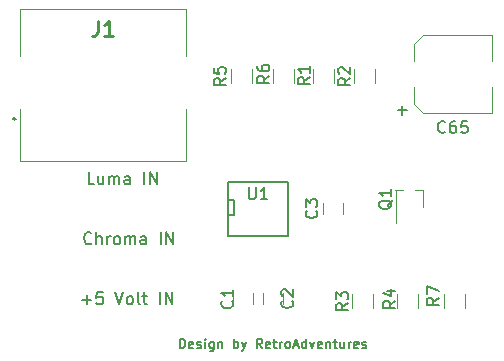
<source format=gbr>
G04 #@! TF.GenerationSoftware,KiCad,Pcbnew,(5.1.4)-1*
G04 #@! TF.CreationDate,2020-11-04T22:22:01+01:00*
G04 #@! TF.ProjectId,S-VHS ZX Spectrum Rev. D,532d5648-5320-45a5-9820-537065637472,rev?*
G04 #@! TF.SameCoordinates,Original*
G04 #@! TF.FileFunction,Legend,Top*
G04 #@! TF.FilePolarity,Positive*
%FSLAX46Y46*%
G04 Gerber Fmt 4.6, Leading zero omitted, Abs format (unit mm)*
G04 Created by KiCad (PCBNEW (5.1.4)-1) date 2020-11-04 22:22:01*
%MOMM*%
%LPD*%
G04 APERTURE LIST*
%ADD10C,0.200000*%
%ADD11C,0.120000*%
%ADD12C,0.100000*%
%ADD13C,0.150000*%
%ADD14C,0.254000*%
G04 APERTURE END LIST*
D10*
X150883333Y-113391904D02*
X150883333Y-112591904D01*
X151073809Y-112591904D01*
X151188095Y-112630000D01*
X151264285Y-112706190D01*
X151302380Y-112782380D01*
X151340476Y-112934761D01*
X151340476Y-113049047D01*
X151302380Y-113201428D01*
X151264285Y-113277619D01*
X151188095Y-113353809D01*
X151073809Y-113391904D01*
X150883333Y-113391904D01*
X151988095Y-113353809D02*
X151911904Y-113391904D01*
X151759523Y-113391904D01*
X151683333Y-113353809D01*
X151645238Y-113277619D01*
X151645238Y-112972857D01*
X151683333Y-112896666D01*
X151759523Y-112858571D01*
X151911904Y-112858571D01*
X151988095Y-112896666D01*
X152026190Y-112972857D01*
X152026190Y-113049047D01*
X151645238Y-113125238D01*
X152330952Y-113353809D02*
X152407142Y-113391904D01*
X152559523Y-113391904D01*
X152635714Y-113353809D01*
X152673809Y-113277619D01*
X152673809Y-113239523D01*
X152635714Y-113163333D01*
X152559523Y-113125238D01*
X152445238Y-113125238D01*
X152369047Y-113087142D01*
X152330952Y-113010952D01*
X152330952Y-112972857D01*
X152369047Y-112896666D01*
X152445238Y-112858571D01*
X152559523Y-112858571D01*
X152635714Y-112896666D01*
X153016666Y-113391904D02*
X153016666Y-112858571D01*
X153016666Y-112591904D02*
X152978571Y-112630000D01*
X153016666Y-112668095D01*
X153054761Y-112630000D01*
X153016666Y-112591904D01*
X153016666Y-112668095D01*
X153740476Y-112858571D02*
X153740476Y-113506190D01*
X153702380Y-113582380D01*
X153664285Y-113620476D01*
X153588095Y-113658571D01*
X153473809Y-113658571D01*
X153397619Y-113620476D01*
X153740476Y-113353809D02*
X153664285Y-113391904D01*
X153511904Y-113391904D01*
X153435714Y-113353809D01*
X153397619Y-113315714D01*
X153359523Y-113239523D01*
X153359523Y-113010952D01*
X153397619Y-112934761D01*
X153435714Y-112896666D01*
X153511904Y-112858571D01*
X153664285Y-112858571D01*
X153740476Y-112896666D01*
X154121428Y-112858571D02*
X154121428Y-113391904D01*
X154121428Y-112934761D02*
X154159523Y-112896666D01*
X154235714Y-112858571D01*
X154350000Y-112858571D01*
X154426190Y-112896666D01*
X154464285Y-112972857D01*
X154464285Y-113391904D01*
X155454761Y-113391904D02*
X155454761Y-112591904D01*
X155454761Y-112896666D02*
X155530952Y-112858571D01*
X155683333Y-112858571D01*
X155759523Y-112896666D01*
X155797619Y-112934761D01*
X155835714Y-113010952D01*
X155835714Y-113239523D01*
X155797619Y-113315714D01*
X155759523Y-113353809D01*
X155683333Y-113391904D01*
X155530952Y-113391904D01*
X155454761Y-113353809D01*
X156102380Y-112858571D02*
X156292857Y-113391904D01*
X156483333Y-112858571D02*
X156292857Y-113391904D01*
X156216666Y-113582380D01*
X156178571Y-113620476D01*
X156102380Y-113658571D01*
X157854761Y-113391904D02*
X157588095Y-113010952D01*
X157397619Y-113391904D02*
X157397619Y-112591904D01*
X157702380Y-112591904D01*
X157778571Y-112630000D01*
X157816666Y-112668095D01*
X157854761Y-112744285D01*
X157854761Y-112858571D01*
X157816666Y-112934761D01*
X157778571Y-112972857D01*
X157702380Y-113010952D01*
X157397619Y-113010952D01*
X158502380Y-113353809D02*
X158426190Y-113391904D01*
X158273809Y-113391904D01*
X158197619Y-113353809D01*
X158159523Y-113277619D01*
X158159523Y-112972857D01*
X158197619Y-112896666D01*
X158273809Y-112858571D01*
X158426190Y-112858571D01*
X158502380Y-112896666D01*
X158540476Y-112972857D01*
X158540476Y-113049047D01*
X158159523Y-113125238D01*
X158769047Y-112858571D02*
X159073809Y-112858571D01*
X158883333Y-112591904D02*
X158883333Y-113277619D01*
X158921428Y-113353809D01*
X158997619Y-113391904D01*
X159073809Y-113391904D01*
X159340476Y-113391904D02*
X159340476Y-112858571D01*
X159340476Y-113010952D02*
X159378571Y-112934761D01*
X159416666Y-112896666D01*
X159492857Y-112858571D01*
X159569047Y-112858571D01*
X159950000Y-113391904D02*
X159873809Y-113353809D01*
X159835714Y-113315714D01*
X159797619Y-113239523D01*
X159797619Y-113010952D01*
X159835714Y-112934761D01*
X159873809Y-112896666D01*
X159950000Y-112858571D01*
X160064285Y-112858571D01*
X160140476Y-112896666D01*
X160178571Y-112934761D01*
X160216666Y-113010952D01*
X160216666Y-113239523D01*
X160178571Y-113315714D01*
X160140476Y-113353809D01*
X160064285Y-113391904D01*
X159950000Y-113391904D01*
X160521428Y-113163333D02*
X160902380Y-113163333D01*
X160445238Y-113391904D02*
X160711904Y-112591904D01*
X160978571Y-113391904D01*
X161588095Y-113391904D02*
X161588095Y-112591904D01*
X161588095Y-113353809D02*
X161511904Y-113391904D01*
X161359523Y-113391904D01*
X161283333Y-113353809D01*
X161245238Y-113315714D01*
X161207142Y-113239523D01*
X161207142Y-113010952D01*
X161245238Y-112934761D01*
X161283333Y-112896666D01*
X161359523Y-112858571D01*
X161511904Y-112858571D01*
X161588095Y-112896666D01*
X161892857Y-112858571D02*
X162083333Y-113391904D01*
X162273809Y-112858571D01*
X162883333Y-113353809D02*
X162807142Y-113391904D01*
X162654761Y-113391904D01*
X162578571Y-113353809D01*
X162540476Y-113277619D01*
X162540476Y-112972857D01*
X162578571Y-112896666D01*
X162654761Y-112858571D01*
X162807142Y-112858571D01*
X162883333Y-112896666D01*
X162921428Y-112972857D01*
X162921428Y-113049047D01*
X162540476Y-113125238D01*
X163264285Y-112858571D02*
X163264285Y-113391904D01*
X163264285Y-112934761D02*
X163302380Y-112896666D01*
X163378571Y-112858571D01*
X163492857Y-112858571D01*
X163569047Y-112896666D01*
X163607142Y-112972857D01*
X163607142Y-113391904D01*
X163873809Y-112858571D02*
X164178571Y-112858571D01*
X163988095Y-112591904D02*
X163988095Y-113277619D01*
X164026190Y-113353809D01*
X164102380Y-113391904D01*
X164178571Y-113391904D01*
X164788095Y-112858571D02*
X164788095Y-113391904D01*
X164445238Y-112858571D02*
X164445238Y-113277619D01*
X164483333Y-113353809D01*
X164559523Y-113391904D01*
X164673809Y-113391904D01*
X164750000Y-113353809D01*
X164788095Y-113315714D01*
X165169047Y-113391904D02*
X165169047Y-112858571D01*
X165169047Y-113010952D02*
X165207142Y-112934761D01*
X165245238Y-112896666D01*
X165321428Y-112858571D01*
X165397619Y-112858571D01*
X165969047Y-113353809D02*
X165892857Y-113391904D01*
X165740476Y-113391904D01*
X165664285Y-113353809D01*
X165626190Y-113277619D01*
X165626190Y-112972857D01*
X165664285Y-112896666D01*
X165740476Y-112858571D01*
X165892857Y-112858571D01*
X165969047Y-112896666D01*
X166007142Y-112972857D01*
X166007142Y-113049047D01*
X165626190Y-113125238D01*
X166311904Y-113353809D02*
X166388095Y-113391904D01*
X166540476Y-113391904D01*
X166616666Y-113353809D01*
X166654761Y-113277619D01*
X166654761Y-113239523D01*
X166616666Y-113163333D01*
X166540476Y-113125238D01*
X166426190Y-113125238D01*
X166350000Y-113087142D01*
X166311904Y-113010952D01*
X166311904Y-112972857D01*
X166350000Y-112896666D01*
X166426190Y-112858571D01*
X166540476Y-112858571D01*
X166616666Y-112896666D01*
D11*
X173237000Y-110027000D02*
X173237000Y-108827000D01*
X174997000Y-108827000D02*
X174997000Y-110027000D01*
X170807000Y-100036000D02*
X171467000Y-100036000D01*
X169137000Y-100036000D02*
X169807000Y-100036000D01*
X169147000Y-100036000D02*
X169147000Y-102771000D01*
X171467000Y-101446000D02*
X171467000Y-100036000D01*
X167377000Y-89777000D02*
X167377000Y-90977000D01*
X165617000Y-90977000D02*
X165617000Y-89777000D01*
X162188000Y-90977000D02*
X162188000Y-89777000D01*
X163948000Y-89777000D02*
X163948000Y-90977000D01*
X159600000Y-109700000D02*
X159600000Y-108700000D01*
X157900000Y-108700000D02*
X157900000Y-109700000D01*
X157060000Y-109700000D02*
X157060000Y-108700000D01*
X155360000Y-108700000D02*
X155360000Y-109700000D01*
X164680000Y-102080000D02*
X164680000Y-101080000D01*
X162980000Y-101080000D02*
X162980000Y-102080000D01*
X171450000Y-86870000D02*
X177290000Y-86870000D01*
X170690000Y-87630000D02*
X171450000Y-86870000D01*
X171450000Y-93470000D02*
X170690000Y-92710000D01*
X177290000Y-93470000D02*
X171450000Y-93470000D01*
X170690000Y-87630000D02*
X170690000Y-89050000D01*
X170690000Y-92710000D02*
X170690000Y-91290000D01*
X177290000Y-86870000D02*
X177290000Y-89050000D01*
X177290000Y-93470000D02*
X177290000Y-91290000D01*
D12*
X137370000Y-88680000D02*
X137370000Y-84680000D01*
X137370000Y-84680000D02*
X151370000Y-84680000D01*
X151370000Y-84680000D02*
X151370000Y-88680000D01*
X137370000Y-93180000D02*
X137370000Y-97580000D01*
X137370000Y-97580000D02*
X151370000Y-97580000D01*
X151370000Y-97580000D02*
X151370000Y-93180000D01*
D10*
X136970000Y-93980000D02*
X136970000Y-93980000D01*
X136770000Y-93980000D02*
X136770000Y-93980000D01*
X136770000Y-93980000D02*
G75*
G02X136970000Y-93980000I100000J0D01*
G01*
X136970000Y-93980000D02*
G75*
G02X136770000Y-93980000I-100000J0D01*
G01*
D11*
X167250000Y-108827000D02*
X167250000Y-110027000D01*
X165490000Y-110027000D02*
X165490000Y-108827000D01*
X169300000Y-110027000D02*
X169300000Y-108827000D01*
X171060000Y-108827000D02*
X171060000Y-110027000D01*
X156963000Y-89777000D02*
X156963000Y-90977000D01*
X155203000Y-90977000D02*
X155203000Y-89777000D01*
X158759000Y-90977000D02*
X158759000Y-89777000D01*
X160519000Y-89777000D02*
X160519000Y-90977000D01*
D13*
X155448000Y-102108000D02*
X154940000Y-102108000D01*
X155448000Y-100838000D02*
X155448000Y-102108000D01*
X154940000Y-100838000D02*
X155448000Y-100838000D01*
X154940000Y-103886000D02*
X154940000Y-99314000D01*
X160020000Y-103886000D02*
X154940000Y-103886000D01*
X160020000Y-99314000D02*
X160020000Y-103886000D01*
X154940000Y-99314000D02*
X160020000Y-99314000D01*
X172791380Y-109132666D02*
X172315190Y-109466000D01*
X172791380Y-109704095D02*
X171791380Y-109704095D01*
X171791380Y-109323142D01*
X171839000Y-109227904D01*
X171886619Y-109180285D01*
X171981857Y-109132666D01*
X172124714Y-109132666D01*
X172219952Y-109180285D01*
X172267571Y-109227904D01*
X172315190Y-109323142D01*
X172315190Y-109704095D01*
X171791380Y-108799333D02*
X171791380Y-108132666D01*
X172791380Y-108561238D01*
X168854619Y-100866238D02*
X168807000Y-100961476D01*
X168711761Y-101056714D01*
X168568904Y-101199571D01*
X168521285Y-101294809D01*
X168521285Y-101390047D01*
X168759380Y-101342428D02*
X168711761Y-101437666D01*
X168616523Y-101532904D01*
X168426047Y-101580523D01*
X168092714Y-101580523D01*
X167902238Y-101532904D01*
X167807000Y-101437666D01*
X167759380Y-101342428D01*
X167759380Y-101151952D01*
X167807000Y-101056714D01*
X167902238Y-100961476D01*
X168092714Y-100913857D01*
X168426047Y-100913857D01*
X168616523Y-100961476D01*
X168711761Y-101056714D01*
X168759380Y-101151952D01*
X168759380Y-101342428D01*
X168759380Y-99961476D02*
X168759380Y-100532904D01*
X168759380Y-100247190D02*
X167759380Y-100247190D01*
X167902238Y-100342428D01*
X167997476Y-100437666D01*
X168045095Y-100532904D01*
X165298380Y-90543666D02*
X164822190Y-90877000D01*
X165298380Y-91115095D02*
X164298380Y-91115095D01*
X164298380Y-90734142D01*
X164346000Y-90638904D01*
X164393619Y-90591285D01*
X164488857Y-90543666D01*
X164631714Y-90543666D01*
X164726952Y-90591285D01*
X164774571Y-90638904D01*
X164822190Y-90734142D01*
X164822190Y-91115095D01*
X164393619Y-90162714D02*
X164346000Y-90115095D01*
X164298380Y-90019857D01*
X164298380Y-89781761D01*
X164346000Y-89686523D01*
X164393619Y-89638904D01*
X164488857Y-89591285D01*
X164584095Y-89591285D01*
X164726952Y-89638904D01*
X165298380Y-90210333D01*
X165298380Y-89591285D01*
X161869380Y-90463666D02*
X161393190Y-90797000D01*
X161869380Y-91035095D02*
X160869380Y-91035095D01*
X160869380Y-90654142D01*
X160917000Y-90558904D01*
X160964619Y-90511285D01*
X161059857Y-90463666D01*
X161202714Y-90463666D01*
X161297952Y-90511285D01*
X161345571Y-90558904D01*
X161393190Y-90654142D01*
X161393190Y-91035095D01*
X161869380Y-89511285D02*
X161869380Y-90082714D01*
X161869380Y-89797000D02*
X160869380Y-89797000D01*
X161012238Y-89892238D01*
X161107476Y-89987476D01*
X161155095Y-90082714D01*
X160377142Y-109366666D02*
X160424761Y-109414285D01*
X160472380Y-109557142D01*
X160472380Y-109652380D01*
X160424761Y-109795238D01*
X160329523Y-109890476D01*
X160234285Y-109938095D01*
X160043809Y-109985714D01*
X159900952Y-109985714D01*
X159710476Y-109938095D01*
X159615238Y-109890476D01*
X159520000Y-109795238D01*
X159472380Y-109652380D01*
X159472380Y-109557142D01*
X159520000Y-109414285D01*
X159567619Y-109366666D01*
X159567619Y-108985714D02*
X159520000Y-108938095D01*
X159472380Y-108842857D01*
X159472380Y-108604761D01*
X159520000Y-108509523D01*
X159567619Y-108461904D01*
X159662857Y-108414285D01*
X159758095Y-108414285D01*
X159900952Y-108461904D01*
X160472380Y-109033333D01*
X160472380Y-108414285D01*
X155297142Y-109386666D02*
X155344761Y-109434285D01*
X155392380Y-109577142D01*
X155392380Y-109672380D01*
X155344761Y-109815238D01*
X155249523Y-109910476D01*
X155154285Y-109958095D01*
X154963809Y-110005714D01*
X154820952Y-110005714D01*
X154630476Y-109958095D01*
X154535238Y-109910476D01*
X154440000Y-109815238D01*
X154392380Y-109672380D01*
X154392380Y-109577142D01*
X154440000Y-109434285D01*
X154487619Y-109386666D01*
X155392380Y-108434285D02*
X155392380Y-109005714D01*
X155392380Y-108720000D02*
X154392380Y-108720000D01*
X154535238Y-108815238D01*
X154630476Y-108910476D01*
X154678095Y-109005714D01*
X162437142Y-101746666D02*
X162484761Y-101794285D01*
X162532380Y-101937142D01*
X162532380Y-102032380D01*
X162484761Y-102175238D01*
X162389523Y-102270476D01*
X162294285Y-102318095D01*
X162103809Y-102365714D01*
X161960952Y-102365714D01*
X161770476Y-102318095D01*
X161675238Y-102270476D01*
X161580000Y-102175238D01*
X161532380Y-102032380D01*
X161532380Y-101937142D01*
X161580000Y-101794285D01*
X161627619Y-101746666D01*
X161532380Y-101413333D02*
X161532380Y-100794285D01*
X161913333Y-101127619D01*
X161913333Y-100984761D01*
X161960952Y-100889523D01*
X162008571Y-100841904D01*
X162103809Y-100794285D01*
X162341904Y-100794285D01*
X162437142Y-100841904D01*
X162484761Y-100889523D01*
X162532380Y-100984761D01*
X162532380Y-101270476D01*
X162484761Y-101365714D01*
X162437142Y-101413333D01*
X173347142Y-95087142D02*
X173299523Y-95134761D01*
X173156666Y-95182380D01*
X173061428Y-95182380D01*
X172918571Y-95134761D01*
X172823333Y-95039523D01*
X172775714Y-94944285D01*
X172728095Y-94753809D01*
X172728095Y-94610952D01*
X172775714Y-94420476D01*
X172823333Y-94325238D01*
X172918571Y-94230000D01*
X173061428Y-94182380D01*
X173156666Y-94182380D01*
X173299523Y-94230000D01*
X173347142Y-94277619D01*
X174204285Y-94182380D02*
X174013809Y-94182380D01*
X173918571Y-94230000D01*
X173870952Y-94277619D01*
X173775714Y-94420476D01*
X173728095Y-94610952D01*
X173728095Y-94991904D01*
X173775714Y-95087142D01*
X173823333Y-95134761D01*
X173918571Y-95182380D01*
X174109047Y-95182380D01*
X174204285Y-95134761D01*
X174251904Y-95087142D01*
X174299523Y-94991904D01*
X174299523Y-94753809D01*
X174251904Y-94658571D01*
X174204285Y-94610952D01*
X174109047Y-94563333D01*
X173918571Y-94563333D01*
X173823333Y-94610952D01*
X173775714Y-94658571D01*
X173728095Y-94753809D01*
X175204285Y-94182380D02*
X174728095Y-94182380D01*
X174680476Y-94658571D01*
X174728095Y-94610952D01*
X174823333Y-94563333D01*
X175061428Y-94563333D01*
X175156666Y-94610952D01*
X175204285Y-94658571D01*
X175251904Y-94753809D01*
X175251904Y-94991904D01*
X175204285Y-95087142D01*
X175156666Y-95134761D01*
X175061428Y-95182380D01*
X174823333Y-95182380D01*
X174728095Y-95134761D01*
X174680476Y-95087142D01*
X169329047Y-93251428D02*
X170090952Y-93251428D01*
X169710000Y-93632380D02*
X169710000Y-92870476D01*
D14*
X143946666Y-85664523D02*
X143946666Y-86571666D01*
X143886190Y-86753095D01*
X143765238Y-86874047D01*
X143583809Y-86934523D01*
X143462857Y-86934523D01*
X145216666Y-86934523D02*
X144490952Y-86934523D01*
X144853809Y-86934523D02*
X144853809Y-85664523D01*
X144732857Y-85845952D01*
X144611904Y-85966904D01*
X144490952Y-86027380D01*
D13*
X142621476Y-109291428D02*
X143383380Y-109291428D01*
X143002428Y-109672380D02*
X143002428Y-108910476D01*
X144335761Y-108672380D02*
X143859571Y-108672380D01*
X143811952Y-109148571D01*
X143859571Y-109100952D01*
X143954809Y-109053333D01*
X144192904Y-109053333D01*
X144288142Y-109100952D01*
X144335761Y-109148571D01*
X144383380Y-109243809D01*
X144383380Y-109481904D01*
X144335761Y-109577142D01*
X144288142Y-109624761D01*
X144192904Y-109672380D01*
X143954809Y-109672380D01*
X143859571Y-109624761D01*
X143811952Y-109577142D01*
X145431000Y-108672380D02*
X145764333Y-109672380D01*
X146097666Y-108672380D01*
X146573857Y-109672380D02*
X146478619Y-109624761D01*
X146431000Y-109577142D01*
X146383380Y-109481904D01*
X146383380Y-109196190D01*
X146431000Y-109100952D01*
X146478619Y-109053333D01*
X146573857Y-109005714D01*
X146716714Y-109005714D01*
X146811952Y-109053333D01*
X146859571Y-109100952D01*
X146907190Y-109196190D01*
X146907190Y-109481904D01*
X146859571Y-109577142D01*
X146811952Y-109624761D01*
X146716714Y-109672380D01*
X146573857Y-109672380D01*
X147478619Y-109672380D02*
X147383380Y-109624761D01*
X147335761Y-109529523D01*
X147335761Y-108672380D01*
X147716714Y-109005714D02*
X148097666Y-109005714D01*
X147859571Y-108672380D02*
X147859571Y-109529523D01*
X147907190Y-109624761D01*
X148002428Y-109672380D01*
X148097666Y-109672380D01*
X149192904Y-109672380D02*
X149192904Y-108672380D01*
X149669095Y-109672380D02*
X149669095Y-108672380D01*
X150240523Y-109672380D01*
X150240523Y-108672380D01*
X143645238Y-99512380D02*
X143169047Y-99512380D01*
X143169047Y-98512380D01*
X144407142Y-98845714D02*
X144407142Y-99512380D01*
X143978571Y-98845714D02*
X143978571Y-99369523D01*
X144026190Y-99464761D01*
X144121428Y-99512380D01*
X144264285Y-99512380D01*
X144359523Y-99464761D01*
X144407142Y-99417142D01*
X144883333Y-99512380D02*
X144883333Y-98845714D01*
X144883333Y-98940952D02*
X144930952Y-98893333D01*
X145026190Y-98845714D01*
X145169047Y-98845714D01*
X145264285Y-98893333D01*
X145311904Y-98988571D01*
X145311904Y-99512380D01*
X145311904Y-98988571D02*
X145359523Y-98893333D01*
X145454761Y-98845714D01*
X145597619Y-98845714D01*
X145692857Y-98893333D01*
X145740476Y-98988571D01*
X145740476Y-99512380D01*
X146645238Y-99512380D02*
X146645238Y-98988571D01*
X146597619Y-98893333D01*
X146502380Y-98845714D01*
X146311904Y-98845714D01*
X146216666Y-98893333D01*
X146645238Y-99464761D02*
X146550000Y-99512380D01*
X146311904Y-99512380D01*
X146216666Y-99464761D01*
X146169047Y-99369523D01*
X146169047Y-99274285D01*
X146216666Y-99179047D01*
X146311904Y-99131428D01*
X146550000Y-99131428D01*
X146645238Y-99083809D01*
X147883333Y-99512380D02*
X147883333Y-98512380D01*
X148359523Y-99512380D02*
X148359523Y-98512380D01*
X148930952Y-99512380D01*
X148930952Y-98512380D01*
X143391333Y-104497142D02*
X143343714Y-104544761D01*
X143200857Y-104592380D01*
X143105619Y-104592380D01*
X142962761Y-104544761D01*
X142867523Y-104449523D01*
X142819904Y-104354285D01*
X142772285Y-104163809D01*
X142772285Y-104020952D01*
X142819904Y-103830476D01*
X142867523Y-103735238D01*
X142962761Y-103640000D01*
X143105619Y-103592380D01*
X143200857Y-103592380D01*
X143343714Y-103640000D01*
X143391333Y-103687619D01*
X143819904Y-104592380D02*
X143819904Y-103592380D01*
X144248476Y-104592380D02*
X144248476Y-104068571D01*
X144200857Y-103973333D01*
X144105619Y-103925714D01*
X143962761Y-103925714D01*
X143867523Y-103973333D01*
X143819904Y-104020952D01*
X144724666Y-104592380D02*
X144724666Y-103925714D01*
X144724666Y-104116190D02*
X144772285Y-104020952D01*
X144819904Y-103973333D01*
X144915142Y-103925714D01*
X145010380Y-103925714D01*
X145486571Y-104592380D02*
X145391333Y-104544761D01*
X145343714Y-104497142D01*
X145296095Y-104401904D01*
X145296095Y-104116190D01*
X145343714Y-104020952D01*
X145391333Y-103973333D01*
X145486571Y-103925714D01*
X145629428Y-103925714D01*
X145724666Y-103973333D01*
X145772285Y-104020952D01*
X145819904Y-104116190D01*
X145819904Y-104401904D01*
X145772285Y-104497142D01*
X145724666Y-104544761D01*
X145629428Y-104592380D01*
X145486571Y-104592380D01*
X146248476Y-104592380D02*
X146248476Y-103925714D01*
X146248476Y-104020952D02*
X146296095Y-103973333D01*
X146391333Y-103925714D01*
X146534190Y-103925714D01*
X146629428Y-103973333D01*
X146677047Y-104068571D01*
X146677047Y-104592380D01*
X146677047Y-104068571D02*
X146724666Y-103973333D01*
X146819904Y-103925714D01*
X146962761Y-103925714D01*
X147058000Y-103973333D01*
X147105619Y-104068571D01*
X147105619Y-104592380D01*
X148010380Y-104592380D02*
X148010380Y-104068571D01*
X147962761Y-103973333D01*
X147867523Y-103925714D01*
X147677047Y-103925714D01*
X147581809Y-103973333D01*
X148010380Y-104544761D02*
X147915142Y-104592380D01*
X147677047Y-104592380D01*
X147581809Y-104544761D01*
X147534190Y-104449523D01*
X147534190Y-104354285D01*
X147581809Y-104259047D01*
X147677047Y-104211428D01*
X147915142Y-104211428D01*
X148010380Y-104163809D01*
X149248476Y-104592380D02*
X149248476Y-103592380D01*
X149724666Y-104592380D02*
X149724666Y-103592380D01*
X150296095Y-104592380D01*
X150296095Y-103592380D01*
X165122380Y-109593666D02*
X164646190Y-109927000D01*
X165122380Y-110165095D02*
X164122380Y-110165095D01*
X164122380Y-109784142D01*
X164170000Y-109688904D01*
X164217619Y-109641285D01*
X164312857Y-109593666D01*
X164455714Y-109593666D01*
X164550952Y-109641285D01*
X164598571Y-109688904D01*
X164646190Y-109784142D01*
X164646190Y-110165095D01*
X164122380Y-109260333D02*
X164122380Y-108641285D01*
X164503333Y-108974619D01*
X164503333Y-108831761D01*
X164550952Y-108736523D01*
X164598571Y-108688904D01*
X164693809Y-108641285D01*
X164931904Y-108641285D01*
X165027142Y-108688904D01*
X165074761Y-108736523D01*
X165122380Y-108831761D01*
X165122380Y-109117476D01*
X165074761Y-109212714D01*
X165027142Y-109260333D01*
X169108380Y-109386666D02*
X168632190Y-109720000D01*
X169108380Y-109958095D02*
X168108380Y-109958095D01*
X168108380Y-109577142D01*
X168156000Y-109481904D01*
X168203619Y-109434285D01*
X168298857Y-109386666D01*
X168441714Y-109386666D01*
X168536952Y-109434285D01*
X168584571Y-109481904D01*
X168632190Y-109577142D01*
X168632190Y-109958095D01*
X168441714Y-108529523D02*
X169108380Y-108529523D01*
X168060761Y-108767619D02*
X168775047Y-109005714D01*
X168775047Y-108386666D01*
X154757380Y-90543666D02*
X154281190Y-90877000D01*
X154757380Y-91115095D02*
X153757380Y-91115095D01*
X153757380Y-90734142D01*
X153805000Y-90638904D01*
X153852619Y-90591285D01*
X153947857Y-90543666D01*
X154090714Y-90543666D01*
X154185952Y-90591285D01*
X154233571Y-90638904D01*
X154281190Y-90734142D01*
X154281190Y-91115095D01*
X153757380Y-89638904D02*
X153757380Y-90115095D01*
X154233571Y-90162714D01*
X154185952Y-90115095D01*
X154138333Y-90019857D01*
X154138333Y-89781761D01*
X154185952Y-89686523D01*
X154233571Y-89638904D01*
X154328809Y-89591285D01*
X154566904Y-89591285D01*
X154662142Y-89638904D01*
X154709761Y-89686523D01*
X154757380Y-89781761D01*
X154757380Y-90019857D01*
X154709761Y-90115095D01*
X154662142Y-90162714D01*
X158440380Y-90336666D02*
X157964190Y-90670000D01*
X158440380Y-90908095D02*
X157440380Y-90908095D01*
X157440380Y-90527142D01*
X157488000Y-90431904D01*
X157535619Y-90384285D01*
X157630857Y-90336666D01*
X157773714Y-90336666D01*
X157868952Y-90384285D01*
X157916571Y-90431904D01*
X157964190Y-90527142D01*
X157964190Y-90908095D01*
X157440380Y-89479523D02*
X157440380Y-89670000D01*
X157488000Y-89765238D01*
X157535619Y-89812857D01*
X157678476Y-89908095D01*
X157868952Y-89955714D01*
X158249904Y-89955714D01*
X158345142Y-89908095D01*
X158392761Y-89860476D01*
X158440380Y-89765238D01*
X158440380Y-89574761D01*
X158392761Y-89479523D01*
X158345142Y-89431904D01*
X158249904Y-89384285D01*
X158011809Y-89384285D01*
X157916571Y-89431904D01*
X157868952Y-89479523D01*
X157821333Y-89574761D01*
X157821333Y-89765238D01*
X157868952Y-89860476D01*
X157916571Y-89908095D01*
X158011809Y-89955714D01*
X156718095Y-99782380D02*
X156718095Y-100591904D01*
X156765714Y-100687142D01*
X156813333Y-100734761D01*
X156908571Y-100782380D01*
X157099047Y-100782380D01*
X157194285Y-100734761D01*
X157241904Y-100687142D01*
X157289523Y-100591904D01*
X157289523Y-99782380D01*
X158289523Y-100782380D02*
X157718095Y-100782380D01*
X158003809Y-100782380D02*
X158003809Y-99782380D01*
X157908571Y-99925238D01*
X157813333Y-100020476D01*
X157718095Y-100068095D01*
M02*

</source>
